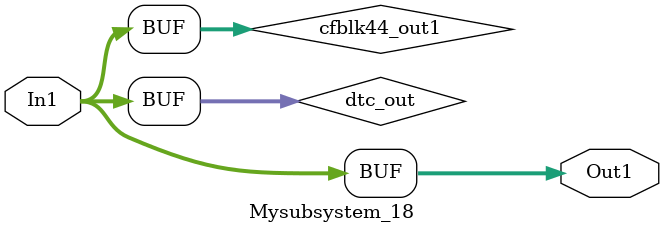
<source format=v>



`timescale 1 ns / 1 ns

module Mysubsystem_18
          (In1,
           Out1);


  input   [15:0] In1;  // uint16
  output  [15:0] Out1;  // uint16


  wire [15:0] dtc_out;  // ufix16
  wire [15:0] cfblk44_out1;  // uint16


  assign dtc_out = In1;



  assign cfblk44_out1 = dtc_out;



  assign Out1 = cfblk44_out1;

endmodule  // Mysubsystem_18


</source>
